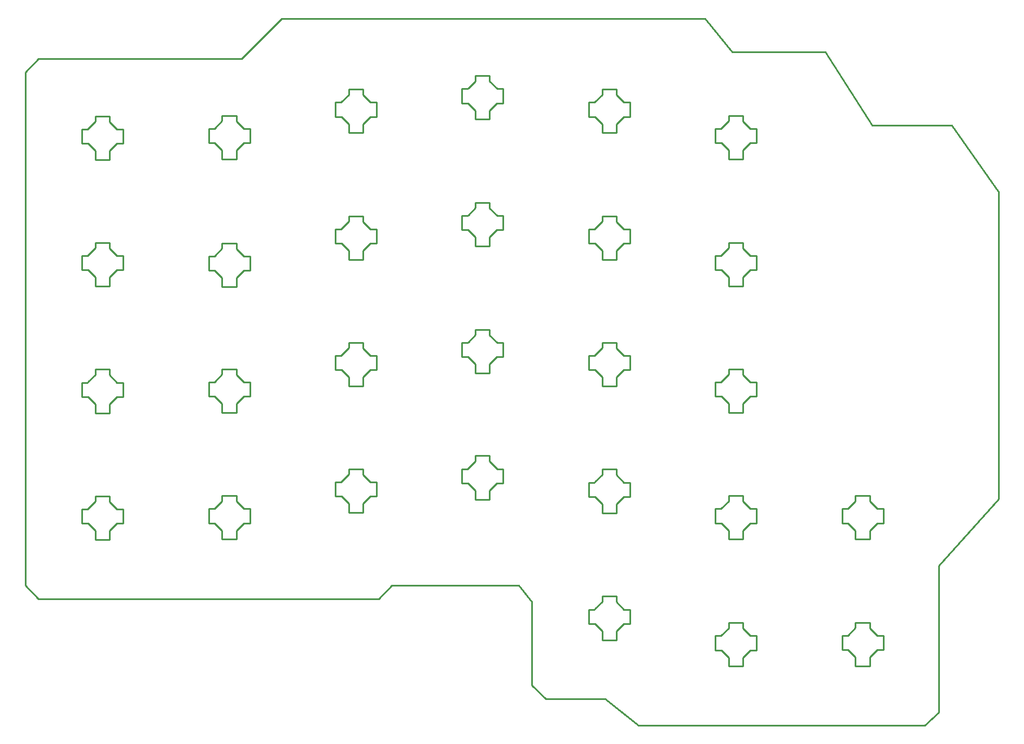
<source format=gko>
G04 Layer: BoardOutlineLayer*
G04 EasyEDA v6.5.23, 2023-06-09 15:01:11*
G04 604b8d365768463b9eb07bbcea70d2b6,6219c82cfec74c238c9999bd11a2e976,10*
G04 Gerber Generator version 0.2*
G04 Scale: 100 percent, Rotated: No, Reflected: No *
G04 Dimensions in millimeters *
G04 leading zeros omitted , absolute positions ,4 integer and 5 decimal *
%FSLAX45Y45*%
%MOMM*%

%ADD10C,0.2540*%
D10*
X199897Y-599947D02*
G01*
X199897Y-599947D01*
X199897Y-599947D01*
X3243834Y-599947D01*
X3843781Y0D01*
X10199877Y0D01*
X10599927Y-500126D01*
X11999975Y-500126D01*
X12700000Y-1599945D01*
X13899895Y-1599945D01*
X14599920Y-2599944D01*
X14599920Y-5599937D01*
X14599920Y-7199884D01*
X13699997Y-8199881D01*
X13699997Y-10400029D01*
X13599922Y-10500105D01*
X13493750Y-10599928D01*
X9199981Y-10599978D01*
X8700008Y-10199878D01*
X7811008Y-10199878D01*
X7599934Y-9999979D01*
X7599934Y-9878821D01*
X7599934Y-8742934D01*
X7400036Y-8500110D01*
X7400036Y-8500110D01*
X5500115Y-8500110D01*
X5299963Y-8700008D01*
X199999Y-8699982D01*
X0Y-8499983D01*
X0Y-8499983D01*
X0Y-799845D01*
X199897Y-599947D01*
X1468226Y-1656412D02*
G01*
X1468226Y-1870407D01*
X1468226Y-1870407D02*
G01*
X1375222Y-1870407D01*
X1375222Y-1870407D02*
G01*
X1266225Y-1979401D01*
X1266225Y-1979401D02*
G01*
X1266225Y-2113406D01*
X1266225Y-2113406D02*
G01*
X1052222Y-2113406D01*
X1052222Y-2113406D02*
G01*
X1052222Y-1980407D01*
X1052222Y-1980407D02*
G01*
X942223Y-1870407D01*
X942223Y-1870407D02*
G01*
X850221Y-1870407D01*
X850221Y-1870407D02*
G01*
X850221Y-1656412D01*
X850221Y-1656412D02*
G01*
X935228Y-1656412D01*
X935228Y-1656412D02*
G01*
X945225Y-1646405D01*
X945225Y-1646405D02*
G01*
X945225Y-1646405D01*
X945225Y-1646405D02*
G01*
X1052222Y-1539402D01*
X1052222Y-1539402D02*
G01*
X1052222Y-1459405D01*
X1052222Y-1459405D02*
G01*
X1266225Y-1459405D01*
X1266225Y-1459405D02*
G01*
X1266225Y-1544408D01*
X1266225Y-1544408D02*
G01*
X1378224Y-1656412D01*
X1378224Y-1656412D02*
G01*
X1468226Y-1656412D01*
X3368146Y-1651332D02*
G01*
X3368146Y-1865327D01*
X3368146Y-1865327D02*
G01*
X3275142Y-1865327D01*
X3275142Y-1865327D02*
G01*
X3166145Y-1974321D01*
X3166145Y-1974321D02*
G01*
X3166145Y-2108327D01*
X3166145Y-2108327D02*
G01*
X2952142Y-2108327D01*
X2952142Y-2108327D02*
G01*
X2952142Y-1975327D01*
X2952142Y-1975327D02*
G01*
X2842143Y-1865327D01*
X2842143Y-1865327D02*
G01*
X2750141Y-1865327D01*
X2750141Y-1865327D02*
G01*
X2750141Y-1651332D01*
X2750141Y-1651332D02*
G01*
X2835147Y-1651332D01*
X2835147Y-1651332D02*
G01*
X2845145Y-1641325D01*
X2845145Y-1641325D02*
G01*
X2845145Y-1641325D01*
X2845145Y-1641325D02*
G01*
X2952142Y-1534322D01*
X2952142Y-1534322D02*
G01*
X2952142Y-1454325D01*
X2952142Y-1454325D02*
G01*
X3166145Y-1454325D01*
X3166145Y-1454325D02*
G01*
X3166145Y-1539328D01*
X3166145Y-1539328D02*
G01*
X3278144Y-1651332D01*
X3278144Y-1651332D02*
G01*
X3368146Y-1651332D01*
X5268066Y-1255092D02*
G01*
X5268066Y-1469087D01*
X5268066Y-1469087D02*
G01*
X5175062Y-1469087D01*
X5175062Y-1469087D02*
G01*
X5066065Y-1578081D01*
X5066065Y-1578081D02*
G01*
X5066065Y-1712087D01*
X5066065Y-1712087D02*
G01*
X4852062Y-1712087D01*
X4852062Y-1712087D02*
G01*
X4852062Y-1579087D01*
X4852062Y-1579087D02*
G01*
X4742063Y-1469087D01*
X4742063Y-1469087D02*
G01*
X4650061Y-1469087D01*
X4650061Y-1469087D02*
G01*
X4650061Y-1255092D01*
X4650061Y-1255092D02*
G01*
X4735068Y-1255092D01*
X4735068Y-1255092D02*
G01*
X4745065Y-1245085D01*
X4745065Y-1245085D02*
G01*
X4745065Y-1245085D01*
X4745065Y-1245085D02*
G01*
X4852062Y-1138082D01*
X4852062Y-1138082D02*
G01*
X4852062Y-1058085D01*
X4852062Y-1058085D02*
G01*
X5066065Y-1058085D01*
X5066065Y-1058085D02*
G01*
X5066065Y-1143088D01*
X5066065Y-1143088D02*
G01*
X5178064Y-1255092D01*
X5178064Y-1255092D02*
G01*
X5268066Y-1255092D01*
X7167986Y-1051892D02*
G01*
X7167986Y-1265887D01*
X7167986Y-1265887D02*
G01*
X7074982Y-1265887D01*
X7074982Y-1265887D02*
G01*
X6965985Y-1374881D01*
X6965985Y-1374881D02*
G01*
X6965985Y-1508887D01*
X6965985Y-1508887D02*
G01*
X6751982Y-1508887D01*
X6751982Y-1508887D02*
G01*
X6751982Y-1375887D01*
X6751982Y-1375887D02*
G01*
X6641983Y-1265887D01*
X6641983Y-1265887D02*
G01*
X6549981Y-1265887D01*
X6549981Y-1265887D02*
G01*
X6549981Y-1051892D01*
X6549981Y-1051892D02*
G01*
X6634988Y-1051892D01*
X6634988Y-1051892D02*
G01*
X6644985Y-1041885D01*
X6644985Y-1041885D02*
G01*
X6644985Y-1041885D01*
X6644985Y-1041885D02*
G01*
X6751982Y-934882D01*
X6751982Y-934882D02*
G01*
X6751982Y-854885D01*
X6751982Y-854885D02*
G01*
X6965985Y-854885D01*
X6965985Y-854885D02*
G01*
X6965985Y-939888D01*
X6965985Y-939888D02*
G01*
X7077984Y-1051892D01*
X7077984Y-1051892D02*
G01*
X7167986Y-1051892D01*
X9067906Y-1255092D02*
G01*
X9067906Y-1469087D01*
X9067906Y-1469087D02*
G01*
X8974902Y-1469087D01*
X8974902Y-1469087D02*
G01*
X8865905Y-1578081D01*
X8865905Y-1578081D02*
G01*
X8865905Y-1712087D01*
X8865905Y-1712087D02*
G01*
X8651902Y-1712087D01*
X8651902Y-1712087D02*
G01*
X8651902Y-1579087D01*
X8651902Y-1579087D02*
G01*
X8541903Y-1469087D01*
X8541903Y-1469087D02*
G01*
X8449901Y-1469087D01*
X8449901Y-1469087D02*
G01*
X8449901Y-1255092D01*
X8449901Y-1255092D02*
G01*
X8534908Y-1255092D01*
X8534908Y-1255092D02*
G01*
X8544905Y-1245085D01*
X8544905Y-1245085D02*
G01*
X8544905Y-1245085D01*
X8544905Y-1245085D02*
G01*
X8651902Y-1138082D01*
X8651902Y-1138082D02*
G01*
X8651902Y-1058085D01*
X8651902Y-1058085D02*
G01*
X8865905Y-1058085D01*
X8865905Y-1058085D02*
G01*
X8865905Y-1143088D01*
X8865905Y-1143088D02*
G01*
X8977904Y-1255092D01*
X8977904Y-1255092D02*
G01*
X9067906Y-1255092D01*
X10967826Y-1651332D02*
G01*
X10967826Y-1865327D01*
X10967826Y-1865327D02*
G01*
X10874822Y-1865327D01*
X10874822Y-1865327D02*
G01*
X10765825Y-1974321D01*
X10765825Y-1974321D02*
G01*
X10765825Y-2108327D01*
X10765825Y-2108327D02*
G01*
X10551822Y-2108327D01*
X10551822Y-2108327D02*
G01*
X10551822Y-1975327D01*
X10551822Y-1975327D02*
G01*
X10441823Y-1865327D01*
X10441823Y-1865327D02*
G01*
X10349821Y-1865327D01*
X10349821Y-1865327D02*
G01*
X10349821Y-1651332D01*
X10349821Y-1651332D02*
G01*
X10434827Y-1651332D01*
X10434827Y-1651332D02*
G01*
X10444825Y-1641325D01*
X10444825Y-1641325D02*
G01*
X10444825Y-1641325D01*
X10444825Y-1641325D02*
G01*
X10551822Y-1534322D01*
X10551822Y-1534322D02*
G01*
X10551822Y-1454325D01*
X10551822Y-1454325D02*
G01*
X10765825Y-1454325D01*
X10765825Y-1454325D02*
G01*
X10765825Y-1539328D01*
X10765825Y-1539328D02*
G01*
X10877824Y-1651332D01*
X10877824Y-1651332D02*
G01*
X10967826Y-1651332D01*
X1468226Y-3556332D02*
G01*
X1468226Y-3770327D01*
X1468226Y-3770327D02*
G01*
X1375222Y-3770327D01*
X1375222Y-3770327D02*
G01*
X1266225Y-3879321D01*
X1266225Y-3879321D02*
G01*
X1266225Y-4013327D01*
X1266225Y-4013327D02*
G01*
X1052222Y-4013327D01*
X1052222Y-4013327D02*
G01*
X1052222Y-3880327D01*
X1052222Y-3880327D02*
G01*
X942223Y-3770327D01*
X942223Y-3770327D02*
G01*
X850221Y-3770327D01*
X850221Y-3770327D02*
G01*
X850221Y-3556332D01*
X850221Y-3556332D02*
G01*
X935228Y-3556332D01*
X935228Y-3556332D02*
G01*
X945225Y-3546325D01*
X945225Y-3546325D02*
G01*
X945225Y-3546325D01*
X945225Y-3546325D02*
G01*
X1052222Y-3439322D01*
X1052222Y-3439322D02*
G01*
X1052222Y-3359325D01*
X1052222Y-3359325D02*
G01*
X1266225Y-3359325D01*
X1266225Y-3359325D02*
G01*
X1266225Y-3444328D01*
X1266225Y-3444328D02*
G01*
X1378224Y-3556332D01*
X1378224Y-3556332D02*
G01*
X1468226Y-3556332D01*
X3368146Y-3561412D02*
G01*
X3368146Y-3775407D01*
X3368146Y-3775407D02*
G01*
X3275142Y-3775407D01*
X3275142Y-3775407D02*
G01*
X3166145Y-3884401D01*
X3166145Y-3884401D02*
G01*
X3166145Y-4018406D01*
X3166145Y-4018406D02*
G01*
X2952142Y-4018406D01*
X2952142Y-4018406D02*
G01*
X2952142Y-3885407D01*
X2952142Y-3885407D02*
G01*
X2842143Y-3775407D01*
X2842143Y-3775407D02*
G01*
X2750141Y-3775407D01*
X2750141Y-3775407D02*
G01*
X2750141Y-3561412D01*
X2750141Y-3561412D02*
G01*
X2835147Y-3561412D01*
X2835147Y-3561412D02*
G01*
X2845145Y-3551405D01*
X2845145Y-3551405D02*
G01*
X2845145Y-3551405D01*
X2845145Y-3551405D02*
G01*
X2952142Y-3444402D01*
X2952142Y-3444402D02*
G01*
X2952142Y-3364405D01*
X2952142Y-3364405D02*
G01*
X3166145Y-3364405D01*
X3166145Y-3364405D02*
G01*
X3166145Y-3449408D01*
X3166145Y-3449408D02*
G01*
X3278144Y-3561412D01*
X3278144Y-3561412D02*
G01*
X3368146Y-3561412D01*
X5268066Y-3155012D02*
G01*
X5268066Y-3369007D01*
X5268066Y-3369007D02*
G01*
X5175062Y-3369007D01*
X5175062Y-3369007D02*
G01*
X5066065Y-3478001D01*
X5066065Y-3478001D02*
G01*
X5066065Y-3612006D01*
X5066065Y-3612006D02*
G01*
X4852062Y-3612006D01*
X4852062Y-3612006D02*
G01*
X4852062Y-3479007D01*
X4852062Y-3479007D02*
G01*
X4742063Y-3369007D01*
X4742063Y-3369007D02*
G01*
X4650061Y-3369007D01*
X4650061Y-3369007D02*
G01*
X4650061Y-3155012D01*
X4650061Y-3155012D02*
G01*
X4735068Y-3155012D01*
X4735068Y-3155012D02*
G01*
X4745065Y-3145005D01*
X4745065Y-3145005D02*
G01*
X4745065Y-3145005D01*
X4745065Y-3145005D02*
G01*
X4852062Y-3038002D01*
X4852062Y-3038002D02*
G01*
X4852062Y-2958005D01*
X4852062Y-2958005D02*
G01*
X5066065Y-2958005D01*
X5066065Y-2958005D02*
G01*
X5066065Y-3043008D01*
X5066065Y-3043008D02*
G01*
X5178064Y-3155012D01*
X5178064Y-3155012D02*
G01*
X5268066Y-3155012D01*
X7167986Y-2951812D02*
G01*
X7167986Y-3165807D01*
X7167986Y-3165807D02*
G01*
X7074982Y-3165807D01*
X7074982Y-3165807D02*
G01*
X6965985Y-3274801D01*
X6965985Y-3274801D02*
G01*
X6965985Y-3408806D01*
X6965985Y-3408806D02*
G01*
X6751982Y-3408806D01*
X6751982Y-3408806D02*
G01*
X6751982Y-3275807D01*
X6751982Y-3275807D02*
G01*
X6641983Y-3165807D01*
X6641983Y-3165807D02*
G01*
X6549981Y-3165807D01*
X6549981Y-3165807D02*
G01*
X6549981Y-2951812D01*
X6549981Y-2951812D02*
G01*
X6634988Y-2951812D01*
X6634988Y-2951812D02*
G01*
X6644985Y-2941805D01*
X6644985Y-2941805D02*
G01*
X6644985Y-2941805D01*
X6644985Y-2941805D02*
G01*
X6751982Y-2834802D01*
X6751982Y-2834802D02*
G01*
X6751982Y-2754805D01*
X6751982Y-2754805D02*
G01*
X6965985Y-2754805D01*
X6965985Y-2754805D02*
G01*
X6965985Y-2839808D01*
X6965985Y-2839808D02*
G01*
X7077984Y-2951812D01*
X7077984Y-2951812D02*
G01*
X7167986Y-2951812D01*
X9067906Y-3155012D02*
G01*
X9067906Y-3369007D01*
X9067906Y-3369007D02*
G01*
X8974902Y-3369007D01*
X8974902Y-3369007D02*
G01*
X8865905Y-3478001D01*
X8865905Y-3478001D02*
G01*
X8865905Y-3612006D01*
X8865905Y-3612006D02*
G01*
X8651902Y-3612006D01*
X8651902Y-3612006D02*
G01*
X8651902Y-3479007D01*
X8651902Y-3479007D02*
G01*
X8541903Y-3369007D01*
X8541903Y-3369007D02*
G01*
X8449901Y-3369007D01*
X8449901Y-3369007D02*
G01*
X8449901Y-3155012D01*
X8449901Y-3155012D02*
G01*
X8534908Y-3155012D01*
X8534908Y-3155012D02*
G01*
X8544905Y-3145005D01*
X8544905Y-3145005D02*
G01*
X8544905Y-3145005D01*
X8544905Y-3145005D02*
G01*
X8651902Y-3038002D01*
X8651902Y-3038002D02*
G01*
X8651902Y-2958005D01*
X8651902Y-2958005D02*
G01*
X8865905Y-2958005D01*
X8865905Y-2958005D02*
G01*
X8865905Y-3043008D01*
X8865905Y-3043008D02*
G01*
X8977904Y-3155012D01*
X8977904Y-3155012D02*
G01*
X9067906Y-3155012D01*
X10967826Y-3556332D02*
G01*
X10967826Y-3770327D01*
X10967826Y-3770327D02*
G01*
X10874822Y-3770327D01*
X10874822Y-3770327D02*
G01*
X10765825Y-3879321D01*
X10765825Y-3879321D02*
G01*
X10765825Y-4013327D01*
X10765825Y-4013327D02*
G01*
X10551822Y-4013327D01*
X10551822Y-4013327D02*
G01*
X10551822Y-3880327D01*
X10551822Y-3880327D02*
G01*
X10441823Y-3770327D01*
X10441823Y-3770327D02*
G01*
X10349821Y-3770327D01*
X10349821Y-3770327D02*
G01*
X10349821Y-3556332D01*
X10349821Y-3556332D02*
G01*
X10434827Y-3556332D01*
X10434827Y-3556332D02*
G01*
X10444825Y-3546325D01*
X10444825Y-3546325D02*
G01*
X10444825Y-3546325D01*
X10444825Y-3546325D02*
G01*
X10551822Y-3439322D01*
X10551822Y-3439322D02*
G01*
X10551822Y-3359325D01*
X10551822Y-3359325D02*
G01*
X10765825Y-3359325D01*
X10765825Y-3359325D02*
G01*
X10765825Y-3444328D01*
X10765825Y-3444328D02*
G01*
X10877824Y-3556332D01*
X10877824Y-3556332D02*
G01*
X10967826Y-3556332D01*
X1468226Y-5456252D02*
G01*
X1468226Y-5670247D01*
X1468226Y-5670247D02*
G01*
X1375222Y-5670247D01*
X1375222Y-5670247D02*
G01*
X1266225Y-5779241D01*
X1266225Y-5779241D02*
G01*
X1266225Y-5913246D01*
X1266225Y-5913246D02*
G01*
X1052222Y-5913246D01*
X1052222Y-5913246D02*
G01*
X1052222Y-5780247D01*
X1052222Y-5780247D02*
G01*
X942223Y-5670247D01*
X942223Y-5670247D02*
G01*
X850221Y-5670247D01*
X850221Y-5670247D02*
G01*
X850221Y-5456252D01*
X850221Y-5456252D02*
G01*
X935228Y-5456252D01*
X935228Y-5456252D02*
G01*
X945225Y-5446245D01*
X945225Y-5446245D02*
G01*
X945225Y-5446245D01*
X945225Y-5446245D02*
G01*
X1052222Y-5339242D01*
X1052222Y-5339242D02*
G01*
X1052222Y-5259245D01*
X1052222Y-5259245D02*
G01*
X1266225Y-5259245D01*
X1266225Y-5259245D02*
G01*
X1266225Y-5344248D01*
X1266225Y-5344248D02*
G01*
X1378224Y-5456252D01*
X1378224Y-5456252D02*
G01*
X1468226Y-5456252D01*
X3368146Y-5451172D02*
G01*
X3368146Y-5665167D01*
X3368146Y-5665167D02*
G01*
X3275142Y-5665167D01*
X3275142Y-5665167D02*
G01*
X3166145Y-5774161D01*
X3166145Y-5774161D02*
G01*
X3166145Y-5908167D01*
X3166145Y-5908167D02*
G01*
X2952142Y-5908167D01*
X2952142Y-5908167D02*
G01*
X2952142Y-5775167D01*
X2952142Y-5775167D02*
G01*
X2842143Y-5665167D01*
X2842143Y-5665167D02*
G01*
X2750141Y-5665167D01*
X2750141Y-5665167D02*
G01*
X2750141Y-5451172D01*
X2750141Y-5451172D02*
G01*
X2835147Y-5451172D01*
X2835147Y-5451172D02*
G01*
X2845145Y-5441165D01*
X2845145Y-5441165D02*
G01*
X2845145Y-5441165D01*
X2845145Y-5441165D02*
G01*
X2952142Y-5334162D01*
X2952142Y-5334162D02*
G01*
X2952142Y-5254165D01*
X2952142Y-5254165D02*
G01*
X3166145Y-5254165D01*
X3166145Y-5254165D02*
G01*
X3166145Y-5339168D01*
X3166145Y-5339168D02*
G01*
X3278144Y-5451172D01*
X3278144Y-5451172D02*
G01*
X3368146Y-5451172D01*
X5268066Y-5054932D02*
G01*
X5268066Y-5268927D01*
X5268066Y-5268927D02*
G01*
X5175062Y-5268927D01*
X5175062Y-5268927D02*
G01*
X5066065Y-5377921D01*
X5066065Y-5377921D02*
G01*
X5066065Y-5511927D01*
X5066065Y-5511927D02*
G01*
X4852062Y-5511927D01*
X4852062Y-5511927D02*
G01*
X4852062Y-5378927D01*
X4852062Y-5378927D02*
G01*
X4742063Y-5268927D01*
X4742063Y-5268927D02*
G01*
X4650061Y-5268927D01*
X4650061Y-5268927D02*
G01*
X4650061Y-5054932D01*
X4650061Y-5054932D02*
G01*
X4735068Y-5054932D01*
X4735068Y-5054932D02*
G01*
X4745065Y-5044925D01*
X4745065Y-5044925D02*
G01*
X4745065Y-5044925D01*
X4745065Y-5044925D02*
G01*
X4852062Y-4937922D01*
X4852062Y-4937922D02*
G01*
X4852062Y-4857925D01*
X4852062Y-4857925D02*
G01*
X5066065Y-4857925D01*
X5066065Y-4857925D02*
G01*
X5066065Y-4942928D01*
X5066065Y-4942928D02*
G01*
X5178064Y-5054932D01*
X5178064Y-5054932D02*
G01*
X5268066Y-5054932D01*
X7167986Y-4856812D02*
G01*
X7167986Y-5070807D01*
X7167986Y-5070807D02*
G01*
X7074982Y-5070807D01*
X7074982Y-5070807D02*
G01*
X6965985Y-5179801D01*
X6965985Y-5179801D02*
G01*
X6965985Y-5313806D01*
X6965985Y-5313806D02*
G01*
X6751982Y-5313806D01*
X6751982Y-5313806D02*
G01*
X6751982Y-5180807D01*
X6751982Y-5180807D02*
G01*
X6641983Y-5070807D01*
X6641983Y-5070807D02*
G01*
X6549981Y-5070807D01*
X6549981Y-5070807D02*
G01*
X6549981Y-4856812D01*
X6549981Y-4856812D02*
G01*
X6634988Y-4856812D01*
X6634988Y-4856812D02*
G01*
X6644985Y-4846805D01*
X6644985Y-4846805D02*
G01*
X6644985Y-4846805D01*
X6644985Y-4846805D02*
G01*
X6751982Y-4739802D01*
X6751982Y-4739802D02*
G01*
X6751982Y-4659805D01*
X6751982Y-4659805D02*
G01*
X6965985Y-4659805D01*
X6965985Y-4659805D02*
G01*
X6965985Y-4744808D01*
X6965985Y-4744808D02*
G01*
X7077984Y-4856812D01*
X7077984Y-4856812D02*
G01*
X7167986Y-4856812D01*
X9067906Y-5054932D02*
G01*
X9067906Y-5268927D01*
X9067906Y-5268927D02*
G01*
X8974902Y-5268927D01*
X8974902Y-5268927D02*
G01*
X8865905Y-5377921D01*
X8865905Y-5377921D02*
G01*
X8865905Y-5511927D01*
X8865905Y-5511927D02*
G01*
X8651902Y-5511927D01*
X8651902Y-5511927D02*
G01*
X8651902Y-5378927D01*
X8651902Y-5378927D02*
G01*
X8541903Y-5268927D01*
X8541903Y-5268927D02*
G01*
X8449901Y-5268927D01*
X8449901Y-5268927D02*
G01*
X8449901Y-5054932D01*
X8449901Y-5054932D02*
G01*
X8534908Y-5054932D01*
X8534908Y-5054932D02*
G01*
X8544905Y-5044925D01*
X8544905Y-5044925D02*
G01*
X8544905Y-5044925D01*
X8544905Y-5044925D02*
G01*
X8651902Y-4937922D01*
X8651902Y-4937922D02*
G01*
X8651902Y-4857925D01*
X8651902Y-4857925D02*
G01*
X8865905Y-4857925D01*
X8865905Y-4857925D02*
G01*
X8865905Y-4942928D01*
X8865905Y-4942928D02*
G01*
X8977904Y-5054932D01*
X8977904Y-5054932D02*
G01*
X9067906Y-5054932D01*
X10967826Y-5451172D02*
G01*
X10967826Y-5665167D01*
X10967826Y-5665167D02*
G01*
X10874822Y-5665167D01*
X10874822Y-5665167D02*
G01*
X10765825Y-5774161D01*
X10765825Y-5774161D02*
G01*
X10765825Y-5908167D01*
X10765825Y-5908167D02*
G01*
X10551822Y-5908167D01*
X10551822Y-5908167D02*
G01*
X10551822Y-5775167D01*
X10551822Y-5775167D02*
G01*
X10441823Y-5665167D01*
X10441823Y-5665167D02*
G01*
X10349821Y-5665167D01*
X10349821Y-5665167D02*
G01*
X10349821Y-5451172D01*
X10349821Y-5451172D02*
G01*
X10434827Y-5451172D01*
X10434827Y-5451172D02*
G01*
X10444825Y-5441165D01*
X10444825Y-5441165D02*
G01*
X10444825Y-5441165D01*
X10444825Y-5441165D02*
G01*
X10551822Y-5334162D01*
X10551822Y-5334162D02*
G01*
X10551822Y-5254165D01*
X10551822Y-5254165D02*
G01*
X10765825Y-5254165D01*
X10765825Y-5254165D02*
G01*
X10765825Y-5339168D01*
X10765825Y-5339168D02*
G01*
X10877824Y-5451172D01*
X10877824Y-5451172D02*
G01*
X10967826Y-5451172D01*
X1468226Y-7356172D02*
G01*
X1468226Y-7570167D01*
X1468226Y-7570167D02*
G01*
X1375222Y-7570167D01*
X1375222Y-7570167D02*
G01*
X1266225Y-7679161D01*
X1266225Y-7679161D02*
G01*
X1266225Y-7813167D01*
X1266225Y-7813167D02*
G01*
X1052222Y-7813167D01*
X1052222Y-7813167D02*
G01*
X1052222Y-7680167D01*
X1052222Y-7680167D02*
G01*
X942223Y-7570167D01*
X942223Y-7570167D02*
G01*
X850221Y-7570167D01*
X850221Y-7570167D02*
G01*
X850221Y-7356172D01*
X850221Y-7356172D02*
G01*
X935228Y-7356172D01*
X935228Y-7356172D02*
G01*
X945225Y-7346165D01*
X945225Y-7346165D02*
G01*
X945225Y-7346165D01*
X945225Y-7346165D02*
G01*
X1052222Y-7239162D01*
X1052222Y-7239162D02*
G01*
X1052222Y-7159165D01*
X1052222Y-7159165D02*
G01*
X1266225Y-7159165D01*
X1266225Y-7159165D02*
G01*
X1266225Y-7244168D01*
X1266225Y-7244168D02*
G01*
X1378224Y-7356172D01*
X1378224Y-7356172D02*
G01*
X1468226Y-7356172D01*
X3368146Y-7351092D02*
G01*
X3368146Y-7565087D01*
X3368146Y-7565087D02*
G01*
X3275142Y-7565087D01*
X3275142Y-7565087D02*
G01*
X3166145Y-7674081D01*
X3166145Y-7674081D02*
G01*
X3166145Y-7808087D01*
X3166145Y-7808087D02*
G01*
X2952142Y-7808087D01*
X2952142Y-7808087D02*
G01*
X2952142Y-7675087D01*
X2952142Y-7675087D02*
G01*
X2842143Y-7565087D01*
X2842143Y-7565087D02*
G01*
X2750141Y-7565087D01*
X2750141Y-7565087D02*
G01*
X2750141Y-7351092D01*
X2750141Y-7351092D02*
G01*
X2835147Y-7351092D01*
X2835147Y-7351092D02*
G01*
X2845145Y-7341085D01*
X2845145Y-7341085D02*
G01*
X2845145Y-7341085D01*
X2845145Y-7341085D02*
G01*
X2952142Y-7234082D01*
X2952142Y-7234082D02*
G01*
X2952142Y-7154085D01*
X2952142Y-7154085D02*
G01*
X3166145Y-7154085D01*
X3166145Y-7154085D02*
G01*
X3166145Y-7239088D01*
X3166145Y-7239088D02*
G01*
X3278144Y-7351092D01*
X3278144Y-7351092D02*
G01*
X3368146Y-7351092D01*
X5268066Y-6949772D02*
G01*
X5268066Y-7163767D01*
X5268066Y-7163767D02*
G01*
X5175062Y-7163767D01*
X5175062Y-7163767D02*
G01*
X5066065Y-7272761D01*
X5066065Y-7272761D02*
G01*
X5066065Y-7406767D01*
X5066065Y-7406767D02*
G01*
X4852062Y-7406767D01*
X4852062Y-7406767D02*
G01*
X4852062Y-7273767D01*
X4852062Y-7273767D02*
G01*
X4742063Y-7163767D01*
X4742063Y-7163767D02*
G01*
X4650061Y-7163767D01*
X4650061Y-7163767D02*
G01*
X4650061Y-6949772D01*
X4650061Y-6949772D02*
G01*
X4735068Y-6949772D01*
X4735068Y-6949772D02*
G01*
X4745065Y-6939765D01*
X4745065Y-6939765D02*
G01*
X4745065Y-6939765D01*
X4745065Y-6939765D02*
G01*
X4852062Y-6832762D01*
X4852062Y-6832762D02*
G01*
X4852062Y-6752765D01*
X4852062Y-6752765D02*
G01*
X5066065Y-6752765D01*
X5066065Y-6752765D02*
G01*
X5066065Y-6837768D01*
X5066065Y-6837768D02*
G01*
X5178064Y-6949772D01*
X5178064Y-6949772D02*
G01*
X5268066Y-6949772D01*
X7167986Y-6751652D02*
G01*
X7167986Y-6965647D01*
X7167986Y-6965647D02*
G01*
X7074982Y-6965647D01*
X7074982Y-6965647D02*
G01*
X6965985Y-7074641D01*
X6965985Y-7074641D02*
G01*
X6965985Y-7208646D01*
X6965985Y-7208646D02*
G01*
X6751982Y-7208646D01*
X6751982Y-7208646D02*
G01*
X6751982Y-7075647D01*
X6751982Y-7075647D02*
G01*
X6641983Y-6965647D01*
X6641983Y-6965647D02*
G01*
X6549981Y-6965647D01*
X6549981Y-6965647D02*
G01*
X6549981Y-6751652D01*
X6549981Y-6751652D02*
G01*
X6634988Y-6751652D01*
X6634988Y-6751652D02*
G01*
X6644985Y-6741645D01*
X6644985Y-6741645D02*
G01*
X6644985Y-6741645D01*
X6644985Y-6741645D02*
G01*
X6751982Y-6634642D01*
X6751982Y-6634642D02*
G01*
X6751982Y-6554645D01*
X6751982Y-6554645D02*
G01*
X6965985Y-6554645D01*
X6965985Y-6554645D02*
G01*
X6965985Y-6639648D01*
X6965985Y-6639648D02*
G01*
X7077984Y-6751652D01*
X7077984Y-6751652D02*
G01*
X7167986Y-6751652D01*
X9067906Y-6954852D02*
G01*
X9067906Y-7168847D01*
X9067906Y-7168847D02*
G01*
X8974902Y-7168847D01*
X8974902Y-7168847D02*
G01*
X8865905Y-7277841D01*
X8865905Y-7277841D02*
G01*
X8865905Y-7411846D01*
X8865905Y-7411846D02*
G01*
X8651902Y-7411846D01*
X8651902Y-7411846D02*
G01*
X8651902Y-7278847D01*
X8651902Y-7278847D02*
G01*
X8541903Y-7168847D01*
X8541903Y-7168847D02*
G01*
X8449901Y-7168847D01*
X8449901Y-7168847D02*
G01*
X8449901Y-6954852D01*
X8449901Y-6954852D02*
G01*
X8534908Y-6954852D01*
X8534908Y-6954852D02*
G01*
X8544905Y-6944845D01*
X8544905Y-6944845D02*
G01*
X8544905Y-6944845D01*
X8544905Y-6944845D02*
G01*
X8651902Y-6837842D01*
X8651902Y-6837842D02*
G01*
X8651902Y-6757845D01*
X8651902Y-6757845D02*
G01*
X8865905Y-6757845D01*
X8865905Y-6757845D02*
G01*
X8865905Y-6842848D01*
X8865905Y-6842848D02*
G01*
X8977904Y-6954852D01*
X8977904Y-6954852D02*
G01*
X9067906Y-6954852D01*
X10967826Y-7351092D02*
G01*
X10967826Y-7565087D01*
X10967826Y-7565087D02*
G01*
X10874822Y-7565087D01*
X10874822Y-7565087D02*
G01*
X10765825Y-7674081D01*
X10765825Y-7674081D02*
G01*
X10765825Y-7808087D01*
X10765825Y-7808087D02*
G01*
X10551822Y-7808087D01*
X10551822Y-7808087D02*
G01*
X10551822Y-7675087D01*
X10551822Y-7675087D02*
G01*
X10441823Y-7565087D01*
X10441823Y-7565087D02*
G01*
X10349821Y-7565087D01*
X10349821Y-7565087D02*
G01*
X10349821Y-7351092D01*
X10349821Y-7351092D02*
G01*
X10434827Y-7351092D01*
X10434827Y-7351092D02*
G01*
X10444825Y-7341085D01*
X10444825Y-7341085D02*
G01*
X10444825Y-7341085D01*
X10444825Y-7341085D02*
G01*
X10551822Y-7234082D01*
X10551822Y-7234082D02*
G01*
X10551822Y-7154085D01*
X10551822Y-7154085D02*
G01*
X10765825Y-7154085D01*
X10765825Y-7154085D02*
G01*
X10765825Y-7239088D01*
X10765825Y-7239088D02*
G01*
X10877824Y-7351092D01*
X10877824Y-7351092D02*
G01*
X10967826Y-7351092D01*
X12867746Y-7351092D02*
G01*
X12867746Y-7565087D01*
X12867746Y-7565087D02*
G01*
X12774742Y-7565087D01*
X12774742Y-7565087D02*
G01*
X12665745Y-7674081D01*
X12665745Y-7674081D02*
G01*
X12665745Y-7808087D01*
X12665745Y-7808087D02*
G01*
X12451742Y-7808087D01*
X12451742Y-7808087D02*
G01*
X12451742Y-7675087D01*
X12451742Y-7675087D02*
G01*
X12341743Y-7565087D01*
X12341743Y-7565087D02*
G01*
X12249741Y-7565087D01*
X12249741Y-7565087D02*
G01*
X12249741Y-7351092D01*
X12249741Y-7351092D02*
G01*
X12334747Y-7351092D01*
X12334747Y-7351092D02*
G01*
X12344745Y-7341085D01*
X12344745Y-7341085D02*
G01*
X12344745Y-7341085D01*
X12344745Y-7341085D02*
G01*
X12451742Y-7234082D01*
X12451742Y-7234082D02*
G01*
X12451742Y-7154085D01*
X12451742Y-7154085D02*
G01*
X12665745Y-7154085D01*
X12665745Y-7154085D02*
G01*
X12665745Y-7239088D01*
X12665745Y-7239088D02*
G01*
X12777744Y-7351092D01*
X12777744Y-7351092D02*
G01*
X12867746Y-7351092D01*
X12867746Y-9251012D02*
G01*
X12867746Y-9465007D01*
X12867746Y-9465007D02*
G01*
X12774742Y-9465007D01*
X12774742Y-9465007D02*
G01*
X12665745Y-9574001D01*
X12665745Y-9574001D02*
G01*
X12665745Y-9708006D01*
X12665745Y-9708006D02*
G01*
X12451742Y-9708006D01*
X12451742Y-9708006D02*
G01*
X12451742Y-9575007D01*
X12451742Y-9575007D02*
G01*
X12341743Y-9465007D01*
X12341743Y-9465007D02*
G01*
X12249741Y-9465007D01*
X12249741Y-9465007D02*
G01*
X12249741Y-9251012D01*
X12249741Y-9251012D02*
G01*
X12334747Y-9251012D01*
X12334747Y-9251012D02*
G01*
X12344745Y-9241005D01*
X12344745Y-9241005D02*
G01*
X12344745Y-9241005D01*
X12344745Y-9241005D02*
G01*
X12451742Y-9134002D01*
X12451742Y-9134002D02*
G01*
X12451742Y-9054005D01*
X12451742Y-9054005D02*
G01*
X12665745Y-9054005D01*
X12665745Y-9054005D02*
G01*
X12665745Y-9139008D01*
X12665745Y-9139008D02*
G01*
X12777744Y-9251012D01*
X12777744Y-9251012D02*
G01*
X12867746Y-9251012D01*
X10967826Y-9256092D02*
G01*
X10967826Y-9470087D01*
X10967826Y-9470087D02*
G01*
X10874822Y-9470087D01*
X10874822Y-9470087D02*
G01*
X10765825Y-9579081D01*
X10765825Y-9579081D02*
G01*
X10765825Y-9713087D01*
X10765825Y-9713087D02*
G01*
X10551822Y-9713087D01*
X10551822Y-9713087D02*
G01*
X10551822Y-9580087D01*
X10551822Y-9580087D02*
G01*
X10441823Y-9470087D01*
X10441823Y-9470087D02*
G01*
X10349821Y-9470087D01*
X10349821Y-9470087D02*
G01*
X10349821Y-9256092D01*
X10349821Y-9256092D02*
G01*
X10434827Y-9256092D01*
X10434827Y-9256092D02*
G01*
X10444825Y-9246085D01*
X10444825Y-9246085D02*
G01*
X10444825Y-9246085D01*
X10444825Y-9246085D02*
G01*
X10551822Y-9139082D01*
X10551822Y-9139082D02*
G01*
X10551822Y-9059085D01*
X10551822Y-9059085D02*
G01*
X10765825Y-9059085D01*
X10765825Y-9059085D02*
G01*
X10765825Y-9144088D01*
X10765825Y-9144088D02*
G01*
X10877824Y-9256092D01*
X10877824Y-9256092D02*
G01*
X10967826Y-9256092D01*
X9067906Y-8859852D02*
G01*
X9067906Y-9073847D01*
X9067906Y-9073847D02*
G01*
X8974902Y-9073847D01*
X8974902Y-9073847D02*
G01*
X8865905Y-9182841D01*
X8865905Y-9182841D02*
G01*
X8865905Y-9316846D01*
X8865905Y-9316846D02*
G01*
X8651902Y-9316846D01*
X8651902Y-9316846D02*
G01*
X8651902Y-9183847D01*
X8651902Y-9183847D02*
G01*
X8541903Y-9073847D01*
X8541903Y-9073847D02*
G01*
X8449901Y-9073847D01*
X8449901Y-9073847D02*
G01*
X8449901Y-8859852D01*
X8449901Y-8859852D02*
G01*
X8534908Y-8859852D01*
X8534908Y-8859852D02*
G01*
X8544905Y-8849845D01*
X8544905Y-8849845D02*
G01*
X8544905Y-8849845D01*
X8544905Y-8849845D02*
G01*
X8651902Y-8742842D01*
X8651902Y-8742842D02*
G01*
X8651902Y-8662845D01*
X8651902Y-8662845D02*
G01*
X8865905Y-8662845D01*
X8865905Y-8662845D02*
G01*
X8865905Y-8747848D01*
X8865905Y-8747848D02*
G01*
X8977904Y-8859852D01*
X8977904Y-8859852D02*
G01*
X9067906Y-8859852D01*

%LPD*%
M02*

</source>
